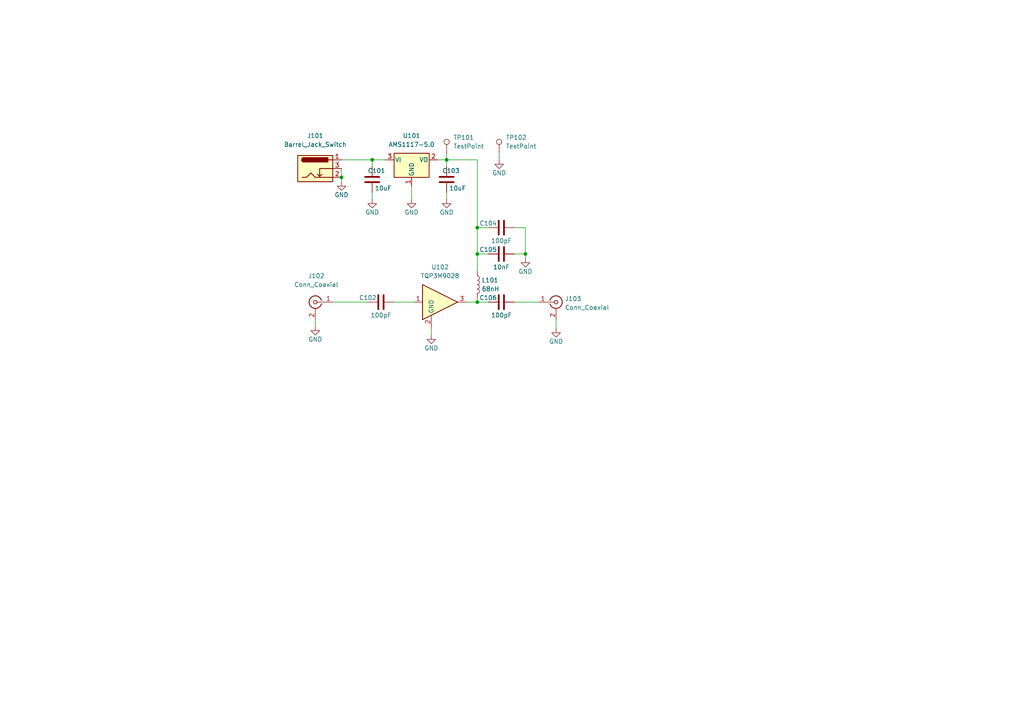
<source format=kicad_sch>
(kicad_sch (version 20211123) (generator eeschema)
  (paper "A4")
  (title_block (title "Pre-amplifier board for Qorvo TQP3M9028") (date "2023-01-17") (rev "1.0") (company "The Antenna Guy"))
  (lib_symbols
    (symbol "Connector:Barrel_Jack_Switch" (pin_names hide)
      (property "Reference" "J" (at 0 5.334 0))
      (property "Value" "Barrel_Jack_Switch" (at 0 -5.08 0))
      (symbol "Barrel_Jack_Switch_0_1"
        (rectangle (start -5.08 3.81) (end 5.08 -3.81) (stroke (width 0.254)) (fill (type background)))
        (arc (start -3.302 3.175) (mid -3.937 2.54) (end -3.302 1.905) (stroke (width 0.254)))
        (arc (start -3.302 3.175) (mid -3.937 2.54) (end -3.302 1.905) (stroke (width 0.254)) (fill (type outline)))
        (polyline (pts (xy 1.27 -2.286) (xy 1.905 -1.651)) (stroke (width 0.254)))
        (polyline (pts (xy 5.08 2.54) (xy 3.81 2.54)) (stroke (width 0.254)))
        (polyline (pts (xy 5.08 0) (xy 1.27 0) (xy 1.27 -2.286) (xy 0.635 -1.651)) (stroke (width 0.254)))
        (polyline (pts (xy -3.81 -2.54) (xy -2.54 -2.54) (xy -1.27 -1.27) (xy 0 -2.54) (xy 2.54 -2.54) (xy 5.08 -2.54)) (stroke (width 0.254)))
        (rectangle (start 3.683 3.175) (end -3.302 1.905) (stroke (width 0.254)) (fill (type outline)))
      )
      (symbol "Barrel_Jack_Switch_1_1"
        (pin passive line (at 7.62 2.54 180) (length 2.54) (name "~") (number "1"))
        (pin passive line (at 7.62 -2.54 180) (length 2.54) (name "~") (number "2"))
        (pin passive line (at 7.62 0 180) (length 2.54) (name "~") (number "3"))
      )
    )
    (symbol "Connector:Conn_Coaxial" (pin_names (offset 1.016) hide)
      (property "Reference" "J" (at 0.254 3.048 0))
      (property "Value" "Conn_Coaxial" (at 2.921 0 90))
      (symbol "Conn_Coaxial_0_1"
        (arc (start -1.778 -0.508) (mid 0.2311 -1.8066) (end 1.778 0) (stroke (width 0.254)))
        (polyline (pts (xy -2.54 0) (xy -0.508 0)))
        (polyline (pts (xy 0 -2.54) (xy 0 -1.778)))
        (circle (center 0 0) (radius 0.508) (stroke (width 0.2032)))
        (arc (start 1.778 0) (mid 0.2099 1.8101) (end -1.778 0.508) (stroke (width 0.254)))
      )
      (symbol "Conn_Coaxial_1_1"
        (pin passive line (at -5.08 0 0) (length 2.54) (name "In") (number "1"))
        (pin passive line (at 0 -5.08 90) (length 2.54) (name "Ext") (number "2"))
      )
    )
    (symbol "Connector:TestPoint" (pin_numbers hide) (pin_names (offset 0.762) hide)
      (property "Reference" "TP" (at 0 6.858 0))
      (property "Value" "TestPoint" (at 0 5.08 0))
      (symbol "TestPoint_0_1"
        (circle (center 0 3.302) (radius 0.762))
      )
      (symbol "TestPoint_1_1"
        (pin passive line (at 0 0 90) (length 2.54) (name "1") (number "1"))
      )
    )
    (symbol "Device:C" (pin_numbers hide) (pin_names (offset 0.254))
      (property "Reference" "C" (at 0.635 2.54 0))
      (property "Value" "C" (at 0.635 -2.54 0))
      (symbol "C_0_1"
        (polyline (pts (xy -2.032 -0.762) (xy 2.032 -0.762)) (stroke (width 0.508)))
        (polyline (pts (xy -2.032 0.762) (xy 2.032 0.762)) (stroke (width 0.508)))
      )
      (symbol "C_1_1"
        (pin passive line (at 0 3.81 270) (length 2.794) (name "~") (number "1"))
        (pin passive line (at 0 -3.81 90) (length 2.794) (name "~") (number "2"))
      )
    )
    (symbol "Device:L" (pin_numbers hide) (pin_names (offset 1.016) hide)
      (property "Reference" "L" (at -1.27 0 90))
      (property "Value" "L" (at 1.905 0 90))
      (symbol "L_0_1"
        (arc (start 0 -2.54) (mid 0.635 -1.905) (end 0 -1.27))
        (arc (start 0 -1.27) (mid 0.635 -0.635) (end 0 0))
        (arc (start 0 0) (mid 0.635 0.635) (end 0 1.27))
        (arc (start 0 1.27) (mid 0.635 1.905) (end 0 2.54))
      )
      (symbol "L_1_1"
        (pin passive line (at 0 3.81 270) (length 1.27) (name "1") (number "1"))
        (pin passive line (at 0 -3.81 90) (length 1.27) (name "2") (number "2"))
      )
    )
    (symbol "RF_Amplifier:SPF5189Z"
      (property "Reference" "U" (at -1.27 7.62 0))
      (property "Value" "SPF5189Z" (at 2.54 5.08 0))
      (symbol "SPF5189Z_0_1"
        (polyline (pts (xy 5.08 0) (xy -5.08 5.08) (xy -5.08 -5.08) (xy 5.08 0)) (stroke (width 0.254)) (fill (type background)))
      )
      (symbol "SPF5189Z_1_1"
        (pin input line (at -7.62 0 0) (length 2.54) (name "~") (number "1"))
        (pin power_in line (at -2.54 -7.62 90) (length 3.81) (name "GND") (number "2"))
        (pin output line (at 7.62 0 180) (length 2.54) (name "~") (number "3"))
      )
    )
    (symbol "Regulator_Linear:AMS1117-5.0" (pin_names (offset 0.254))
      (property "Reference" "U" (at -3.81 3.175 0))
      (property "Value" "AMS1117-5.0" (at 0 3.175 0))
      (symbol "AMS1117-5.0_0_1"
        (rectangle (start -5.08 -5.08) (end 5.08 1.905) (stroke (width 0.254)) (fill (type background)))
      )
      (symbol "AMS1117-5.0_1_1"
        (pin power_in line (at 0 -7.62 90) (length 2.54) (name "GND") (number "1"))
        (pin power_out line (at 7.62 0 180) (length 2.54) (name "VO") (number "2"))
        (pin power_in line (at -7.62 0 0) (length 2.54) (name "VI") (number "3"))
      )
    )
    (symbol "power:GND" (power) (pin_names (offset 0))
      (property "Value" "GND" (at 0 -3.81 0))
      (symbol "GND_0_1"
        (polyline (pts (xy 0 0) (xy 0 -1.27) (xy 1.27 -1.27) (xy 0 -2.54) (xy -1.27 -1.27) (xy 0 -1.27)))
      )
      (symbol "GND_1_1"
        (pin power_in line (at 0 0 270) (length 0) hide (name "GND") (number "1"))
      )
    )
  )
  (junction (at 152.4 73.66))
  (junction (at 99.06 51.435))
  (junction (at 138.43 66.04))
  (junction (at 138.43 87.63))
  (junction (at 138.43 73.66))
  (junction (at 107.95 46.355))
  (junction (at 129.54 46.355))
  (wire (pts (xy 129.54 46.355) (xy 127 46.355)))
  (wire (pts (xy 138.43 86.36) (xy 138.43 87.63)))
  (wire (pts (xy 144.78 44.45) (xy 144.78 46.355)))
  (wire (pts (xy 135.255 87.63) (xy 138.43 87.63)))
  (wire (pts (xy 91.44 92.71) (xy 91.44 94.615)))
  (wire (pts (xy 96.52 87.63) (xy 106.68 87.63)))
  (wire (pts (xy 107.95 46.355) (xy 107.95 48.26)))
  (wire (pts (xy 161.29 92.71) (xy 161.29 95.25)))
  (wire (pts (xy 149.225 87.63) (xy 156.21 87.63)))
  (wire (pts (xy 149.225 66.04) (xy 152.4 66.04)))
  (wire (pts (xy 152.4 74.93) (xy 152.4 73.66)))
  (wire (pts (xy 99.06 51.435) (xy 99.06 52.705)))
  (wire (pts (xy 138.43 78.74) (xy 138.43 73.66)))
  (wire (pts (xy 129.54 55.88) (xy 129.54 57.785)))
  (wire (pts (xy 138.43 87.63) (xy 141.605 87.63)))
  (wire (pts (xy 107.95 55.88) (xy 107.95 57.785)))
  (wire (pts (xy 119.38 53.975) (xy 119.38 57.785)))
  (wire (pts (xy 99.06 48.895) (xy 99.06 51.435)))
  (wire (pts (xy 129.54 48.26) (xy 129.54 46.355)))
  (wire (pts (xy 125.095 95.25) (xy 125.095 97.155)))
  (wire (pts (xy 99.06 46.355) (xy 107.95 46.355)))
  (wire (pts (xy 141.605 66.04) (xy 138.43 66.04)))
  (wire (pts (xy 138.43 46.355) (xy 129.54 46.355)))
  (wire (pts (xy 129.54 44.45) (xy 129.54 46.355)))
  (wire (pts (xy 138.43 66.04) (xy 138.43 46.355)))
  (wire (pts (xy 114.3 87.63) (xy 120.015 87.63)))
  (wire (pts (xy 107.95 46.355) (xy 111.76 46.355)))
  (wire (pts (xy 152.4 73.66) (xy 149.225 73.66)))
  (wire (pts (xy 138.43 73.66) (xy 141.605 73.66)))
  (wire (pts (xy 152.4 66.04) (xy 152.4 73.66)))
  (wire (pts (xy 138.43 66.04) (xy 138.43 73.66)))
  (symbol (lib_id "power:GND") (at 99.06 52.705 0) (unit 1)
    (property "Reference" "#PWR0102" (effects hide))
    (property "Value" "GND" (at 99.06 56.515 0))
  )
  (symbol (lib_id "power:GND") (at 91.44 94.615 0) (unit 1)
    (property "Reference" "#PWR0101" (effects hide))
    (property "Value" "GND" (at 91.44 98.425 0))
  )
  (symbol (lib_id "power:GND") (at 107.95 57.785 0) (unit 1)
    (property "Reference" "#PWR0103" (effects hide))
    (property "Value" "GND" (at 107.95 61.595 0))
  )
  (symbol (lib_id "Connector:TestPoint") (at 129.54 44.45 0) (unit 1)
    (property "Reference" "TP101" (at 131.445 39.8779 0) (effects (justify left)))
    (property "Value" "TestPoint" (at 131.445 42.4179 0) (effects (justify left)))
    (property "Footprint" "TestPoint:TestPoint_Pad_D1.5mm" (effects hide))
  )
  (symbol (lib_id "power:GND") (at 119.38 57.785 0) (unit 1)
    (property "Reference" "#PWR0104" (effects hide))
    (property "Value" "GND" (at 119.38 61.595 0))
  )
  (symbol (lib_id "Device:C") (at 129.54 52.07 0) (unit 1)
    (property "Reference" "C103" (at 130.81 49.53 0))
    (property "Value" "10uF" (at 132.715 54.61 0))
    (property "Footprint" "Capacitor_SMD:C_0805_2012Metric" (effects hide))
  )
  (symbol (lib_id "Connector:TestPoint") (at 144.78 44.45 0) (unit 1)
    (property "Reference" "TP102" (at 146.685 39.8779 0) (effects (justify left)))
    (property "Value" "TestPoint" (at 146.685 42.4179 0) (effects (justify left)))
    (property "Footprint" "TestPoint:TestPoint_Pad_D1.5mm" (effects hide))
  )
  (symbol (lib_id "Device:L") (at 138.43 82.55 0) (unit 1)
    (property "Reference" "L101" (at 139.7 81.2799 0) (effects (justify left)))
    (property "Value" "68nH" (at 139.7 83.8199 0) (effects (justify left)))
    (property "Footprint" "Inductor_SMD:L_0603_1608Metric" (effects hide))
  )
  (symbol (lib_id "RF_Amplifier:SPF5189Z") (at 127.635 87.63 0) (unit 1)
    (property "Reference" "U102" (at 127.635 77.47 0))
    (property "Value" "TQP3M9028" (at 127.635 80.01 0))
    (property "Footprint" "Package_TO_SOT_SMD:SOT-89-3" (effects hide))
    (property "Datasheet" "https://www.qorvo.com/products/d/da005528" (effects hide))
  )
  (symbol (lib_id "Regulator_Linear:AMS1117-5.0") (at 119.38 46.355 0) (unit 1)
    (property "Reference" "U101" (at 119.38 39.37 0))
    (property "Value" "AMS1117-5.0" (at 119.38 41.91 0))
    (property "Footprint" "Package_TO_SOT_SMD:SOT-223-3_TabPin2" (effects hide))
    (property "Datasheet" "http://www.advanced-monolithic.com/pdf/ds1117.pdf" (effects hide))
    (property "Manufacturer" "UMW" (effects hide))
    (property "Part Number" "AMS1117-5.0" (effects hide))
    (property "LCSC" "C347223" (effects hide))
  )
  (symbol (lib_id "Connector:Conn_Coaxial") (at 91.44 87.63 0) (mirror y) (unit 1)
    (property "Reference" "J102" (at 91.7574 80.01 0))
    (property "Value" "Conn_Coaxial" (at 91.7574 82.55 0))
    (property "Footprint" "CONSMA002-L_SMA_COAX_CONN:LINX_CONSMA002-L" (effects hide))
    (property "Datasheet" " ~" (effects hide))
  )
  (symbol (lib_id "Connector:Barrel_Jack_Switch") (at 91.44 48.895 0) (unit 1)
    (property "Reference" "J101" (at 91.44 39.37 0))
    (property "Value" "Barrel_Jack_Switch" (at 91.44 41.91 0))
    (property "Footprint" "Connector_BarrelJack:BarrelJack_Wuerth_6941xx301002" (effects hide))
  )
  (symbol (lib_id "Device:C") (at 107.95 52.07 0) (unit 1)
    (property "Reference" "C101" (at 109.22 49.53 0))
    (property "Value" "10uF" (at 111.125 54.61 0))
    (property "Footprint" "Capacitor_SMD:C_0805_2012Metric" (effects hide))
  )
  (symbol (lib_id "Device:C") (at 145.415 87.63 90) (unit 1)
    (property "Reference" "C106" (at 141.605 86.36 90))
    (property "Value" "100pF" (at 145.415 91.44 90))
    (property "Footprint" "Capacitor_SMD:C_0603_1608Metric" (effects hide))
  )
  (symbol (lib_id "Device:C") (at 145.415 73.66 90) (unit 1)
    (property "Reference" "C105" (at 141.605 72.39 90))
    (property "Value" "10nF" (at 145.415 77.47 90))
    (property "Footprint" "Capacitor_SMD:C_0603_1608Metric" (effects hide))
  )
  (symbol (lib_id "Device:C") (at 110.49 87.63 90) (unit 1)
    (property "Reference" "C102" (at 106.68 86.36 90))
    (property "Value" "100pF" (at 110.49 91.44 90))
    (property "Footprint" "Capacitor_SMD:C_0603_1608Metric" (effects hide))
  )
  (symbol (lib_id "Device:C") (at 145.415 66.04 90) (unit 1)
    (property "Reference" "C104" (at 141.605 64.77 90))
    (property "Value" "100pF" (at 145.415 69.85 90))
    (property "Footprint" "Capacitor_SMD:C_0603_1608Metric" (effects hide))
  )
  (symbol (lib_id "Connector:Conn_Coaxial") (at 161.29 87.63 0) (unit 1)
    (property "Reference" "J103" (at 163.83 86.6531 0) (effects (justify left)))
    (property "Value" "Conn_Coaxial" (at 163.83 89.1931 0) (effects (justify left)))
    (property "Footprint" "CONSMA002-L_SMA_COAX_CONN:LINX_CONSMA002-L" (effects hide))
    (property "Datasheet" " ~" (effects hide))
  )
  (symbol (lib_id "power:GND") (at 129.54 57.785 0) (unit 1)
    (property "Reference" "#PWR0106" (effects hide))
    (property "Value" "GND" (at 129.54 61.595 0))
  )
  (symbol (lib_id "power:GND") (at 152.4 74.93 0) (unit 1)
    (property "Reference" "#PWR0108" (effects hide))
    (property "Value" "GND" (at 152.4 78.74 0))
  )
  (symbol (lib_id "power:GND") (at 144.78 46.355 0) (unit 1)
    (property "Reference" "#PWR0107" (effects hide))
    (property "Value" "GND" (at 144.78 50.165 0))
  )
  (symbol (lib_id "power:GND") (at 161.29 95.25 0) (unit 1)
    (property "Reference" "#PWR0109" (effects hide))
    (property "Value" "GND" (at 161.29 99.06 0))
  )
  (symbol (lib_id "power:GND") (at 125.095 97.155 0) (unit 1)
    (property "Reference" "#PWR0105" (effects hide))
    (property "Value" "GND" (at 125.095 100.965 0))
  )
)
</source>
